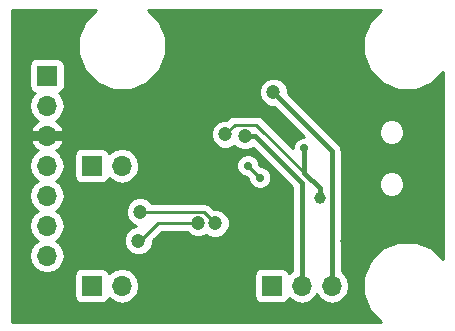
<source format=gbr>
G04 #@! TF.FileFunction,Copper,L2,Bot,Signal*
%FSLAX46Y46*%
G04 Gerber Fmt 4.6, Leading zero omitted, Abs format (unit mm)*
G04 Created by KiCad (PCBNEW 4.0.7) date 11/13/18 10:50:41*
%MOMM*%
%LPD*%
G01*
G04 APERTURE LIST*
%ADD10C,0.100000*%
%ADD11R,1.700000X1.700000*%
%ADD12O,1.700000X1.700000*%
%ADD13C,1.200000*%
%ADD14C,0.700000*%
%ADD15C,1.000000*%
%ADD16C,0.400000*%
%ADD17C,0.250000*%
%ADD18C,0.254000*%
G04 APERTURE END LIST*
D10*
D11*
X149860000Y-107950000D03*
D12*
X152400000Y-107950000D03*
D11*
X149860000Y-118110000D03*
D12*
X152400000Y-118110000D03*
D11*
X165100000Y-118110000D03*
D12*
X167640000Y-118110000D03*
X170180000Y-118110000D03*
D11*
X146050000Y-100330000D03*
D12*
X146050000Y-102870000D03*
X146050000Y-105410000D03*
X146050000Y-107950000D03*
X146050000Y-110490000D03*
X146050000Y-113030000D03*
X146050000Y-115570000D03*
D13*
X165227000Y-101727000D03*
X168890000Y-102870000D03*
X170561000Y-102870000D03*
X175260000Y-102870000D03*
X178181000Y-105791000D03*
X178181000Y-109220000D03*
X175260000Y-111760000D03*
X171450000Y-114300000D03*
X163957000Y-110490000D03*
X158345000Y-109625000D03*
X160020000Y-109625000D03*
X160020000Y-107950000D03*
X158345000Y-107950000D03*
X153670000Y-105410000D03*
X151130000Y-105410000D03*
X148590000Y-105410000D03*
D14*
X167851000Y-106492000D03*
D15*
X169180000Y-110670002D03*
D13*
X161163000Y-105283000D03*
X153797000Y-114300000D03*
X158887957Y-112786957D03*
X153949044Y-111861956D03*
X160287425Y-112825574D03*
X162814000Y-105410000D03*
D14*
X164084000Y-108967000D03*
X163068000Y-107950000D03*
D16*
X170180000Y-106680000D02*
X165227000Y-101727000D01*
X170180000Y-106807000D02*
X170180000Y-106680000D01*
X170180000Y-118110000D02*
X170180000Y-106807000D01*
X169180000Y-109871000D02*
X169180000Y-110670002D01*
X167851000Y-106492000D02*
X167851000Y-108542000D01*
X167851000Y-108542000D02*
X169180000Y-109871000D01*
D17*
X161163000Y-105283000D02*
X161961001Y-104484999D01*
X161961001Y-104484999D02*
X163793999Y-104484999D01*
X163793999Y-104484999D02*
X169180000Y-109871000D01*
X169291000Y-110617000D02*
X169233002Y-110617000D01*
X169233002Y-110617000D02*
X169180000Y-110670002D01*
X155448000Y-112776000D02*
X153924000Y-114300000D01*
X153924000Y-114300000D02*
X153797000Y-114300000D01*
X158028472Y-112776000D02*
X155448000Y-112776000D01*
X158887957Y-112786957D02*
X158039429Y-112786957D01*
X158039429Y-112786957D02*
X158028472Y-112776000D01*
X159687426Y-112189426D02*
X159359956Y-111861956D01*
X159359956Y-111861956D02*
X153949044Y-111861956D01*
X160287425Y-112825574D02*
X159687426Y-112225575D01*
X159687426Y-112225575D02*
X159687426Y-112189426D01*
D16*
X163662528Y-105410000D02*
X162814000Y-105410000D01*
X163662528Y-105410000D02*
X167640000Y-109387472D01*
X167640000Y-109387472D02*
X167640000Y-116907919D01*
X167640000Y-116907919D02*
X167640000Y-118110000D01*
D17*
X163068000Y-107950000D02*
X164084000Y-108967000D01*
X164084000Y-108966000D02*
X164084000Y-108967000D01*
D18*
G36*
X149242246Y-95676068D02*
X148673649Y-97045402D01*
X148672355Y-98528094D01*
X149238561Y-99898418D01*
X150286068Y-100947754D01*
X151655402Y-101516351D01*
X153138094Y-101517645D01*
X154508418Y-100951439D01*
X155557754Y-99903932D01*
X156126351Y-98534598D01*
X156127645Y-97051906D01*
X155561439Y-95681582D01*
X154623494Y-94742000D01*
X174307945Y-94742000D01*
X173372246Y-95676068D01*
X172803649Y-97045402D01*
X172802355Y-98528094D01*
X173368561Y-99898418D01*
X174416068Y-100947754D01*
X175785402Y-101516351D01*
X177268094Y-101517645D01*
X178638418Y-100951439D01*
X179578000Y-100013494D01*
X179578000Y-115887945D01*
X178643932Y-114952246D01*
X177274598Y-114383649D01*
X175791906Y-114382355D01*
X174421582Y-114948561D01*
X173372246Y-115996068D01*
X172803649Y-117365402D01*
X172802355Y-118848094D01*
X173368561Y-120218418D01*
X174306506Y-121158000D01*
X143129000Y-121158000D01*
X143129000Y-117260000D01*
X148362560Y-117260000D01*
X148362560Y-118960000D01*
X148406838Y-119195317D01*
X148545910Y-119411441D01*
X148758110Y-119556431D01*
X149010000Y-119607440D01*
X150710000Y-119607440D01*
X150945317Y-119563162D01*
X151161441Y-119424090D01*
X151306431Y-119211890D01*
X151320086Y-119144459D01*
X151349946Y-119189147D01*
X151831715Y-119511054D01*
X152400000Y-119624093D01*
X152968285Y-119511054D01*
X153450054Y-119189147D01*
X153771961Y-118707378D01*
X153885000Y-118139093D01*
X153885000Y-118080907D01*
X153771961Y-117512622D01*
X153450054Y-117030853D01*
X152968285Y-116708946D01*
X152400000Y-116595907D01*
X151831715Y-116708946D01*
X151349946Y-117030853D01*
X151322150Y-117072452D01*
X151313162Y-117024683D01*
X151174090Y-116808559D01*
X150961890Y-116663569D01*
X150710000Y-116612560D01*
X149010000Y-116612560D01*
X148774683Y-116656838D01*
X148558559Y-116795910D01*
X148413569Y-117008110D01*
X148362560Y-117260000D01*
X143129000Y-117260000D01*
X143129000Y-107950000D01*
X144535907Y-107950000D01*
X144648946Y-108518285D01*
X144970853Y-109000054D01*
X145300026Y-109220000D01*
X144970853Y-109439946D01*
X144648946Y-109921715D01*
X144535907Y-110490000D01*
X144648946Y-111058285D01*
X144970853Y-111540054D01*
X145300026Y-111760000D01*
X144970853Y-111979946D01*
X144648946Y-112461715D01*
X144535907Y-113030000D01*
X144648946Y-113598285D01*
X144970853Y-114080054D01*
X145300026Y-114300000D01*
X144970853Y-114519946D01*
X144648946Y-115001715D01*
X144535907Y-115570000D01*
X144648946Y-116138285D01*
X144970853Y-116620054D01*
X145452622Y-116941961D01*
X146020907Y-117055000D01*
X146079093Y-117055000D01*
X146647378Y-116941961D01*
X147129147Y-116620054D01*
X147451054Y-116138285D01*
X147564093Y-115570000D01*
X147451054Y-115001715D01*
X147145607Y-114544579D01*
X152561786Y-114544579D01*
X152749408Y-114998657D01*
X153096515Y-115346371D01*
X153550266Y-115534785D01*
X154041579Y-115535214D01*
X154495657Y-115347592D01*
X154843371Y-115000485D01*
X155031785Y-114546734D01*
X155032029Y-114266773D01*
X155762802Y-113536000D01*
X157890663Y-113536000D01*
X158187472Y-113833328D01*
X158641223Y-114021742D01*
X159132536Y-114022171D01*
X159560415Y-113845374D01*
X159586940Y-113871945D01*
X160040691Y-114060359D01*
X160532004Y-114060788D01*
X160986082Y-113873166D01*
X161333796Y-113526059D01*
X161522210Y-113072308D01*
X161522639Y-112580995D01*
X161335017Y-112126917D01*
X160987910Y-111779203D01*
X160534159Y-111590789D01*
X160163267Y-111590465D01*
X159897357Y-111324555D01*
X159650795Y-111159808D01*
X159359956Y-111101956D01*
X154935400Y-111101956D01*
X154649529Y-110815585D01*
X154195778Y-110627171D01*
X153704465Y-110626742D01*
X153250387Y-110814364D01*
X152902673Y-111161471D01*
X152714259Y-111615222D01*
X152713830Y-112106535D01*
X152901452Y-112560613D01*
X153248559Y-112908327D01*
X153625508Y-113064850D01*
X153552421Y-113064786D01*
X153098343Y-113252408D01*
X152750629Y-113599515D01*
X152562215Y-114053266D01*
X152561786Y-114544579D01*
X147145607Y-114544579D01*
X147129147Y-114519946D01*
X146799974Y-114300000D01*
X147129147Y-114080054D01*
X147451054Y-113598285D01*
X147564093Y-113030000D01*
X147451054Y-112461715D01*
X147129147Y-111979946D01*
X146799974Y-111760000D01*
X147129147Y-111540054D01*
X147451054Y-111058285D01*
X147564093Y-110490000D01*
X147451054Y-109921715D01*
X147129147Y-109439946D01*
X146799974Y-109220000D01*
X147129147Y-109000054D01*
X147451054Y-108518285D01*
X147564093Y-107950000D01*
X147451054Y-107381715D01*
X147262819Y-107100000D01*
X148362560Y-107100000D01*
X148362560Y-108800000D01*
X148406838Y-109035317D01*
X148545910Y-109251441D01*
X148758110Y-109396431D01*
X149010000Y-109447440D01*
X150710000Y-109447440D01*
X150945317Y-109403162D01*
X151161441Y-109264090D01*
X151306431Y-109051890D01*
X151320086Y-108984459D01*
X151349946Y-109029147D01*
X151831715Y-109351054D01*
X152400000Y-109464093D01*
X152968285Y-109351054D01*
X153450054Y-109029147D01*
X153771961Y-108547378D01*
X153851985Y-108145069D01*
X162082830Y-108145069D01*
X162232471Y-108507229D01*
X162509314Y-108784555D01*
X162871212Y-108934828D01*
X162977678Y-108934921D01*
X163098922Y-109056285D01*
X163098830Y-109162069D01*
X163248471Y-109524229D01*
X163525314Y-109801555D01*
X163887212Y-109951828D01*
X164279069Y-109952170D01*
X164641229Y-109802529D01*
X164918555Y-109525686D01*
X165068828Y-109163788D01*
X165069170Y-108771931D01*
X164919529Y-108409771D01*
X164642686Y-108132445D01*
X164280788Y-107982172D01*
X164174321Y-107982079D01*
X164053078Y-107860716D01*
X164053170Y-107754931D01*
X163903529Y-107392771D01*
X163626686Y-107115445D01*
X163264788Y-106965172D01*
X162872931Y-106964830D01*
X162510771Y-107114471D01*
X162233445Y-107391314D01*
X162083172Y-107753212D01*
X162082830Y-108145069D01*
X153851985Y-108145069D01*
X153885000Y-107979093D01*
X153885000Y-107920907D01*
X153771961Y-107352622D01*
X153450054Y-106870853D01*
X152968285Y-106548946D01*
X152400000Y-106435907D01*
X151831715Y-106548946D01*
X151349946Y-106870853D01*
X151322150Y-106912452D01*
X151313162Y-106864683D01*
X151174090Y-106648559D01*
X150961890Y-106503569D01*
X150710000Y-106452560D01*
X149010000Y-106452560D01*
X148774683Y-106496838D01*
X148558559Y-106635910D01*
X148413569Y-106848110D01*
X148362560Y-107100000D01*
X147262819Y-107100000D01*
X147129147Y-106899946D01*
X146783030Y-106668679D01*
X147045468Y-106511966D01*
X147391397Y-106047135D01*
X147449012Y-105907985D01*
X147347848Y-105683000D01*
X146323000Y-105683000D01*
X146323000Y-105703000D01*
X145777000Y-105703000D01*
X145777000Y-105683000D01*
X144752152Y-105683000D01*
X144650988Y-105907985D01*
X144708603Y-106047135D01*
X145054532Y-106511966D01*
X145316970Y-106668679D01*
X144970853Y-106899946D01*
X144648946Y-107381715D01*
X144535907Y-107950000D01*
X143129000Y-107950000D01*
X143129000Y-105527579D01*
X159927786Y-105527579D01*
X160115408Y-105981657D01*
X160462515Y-106329371D01*
X160916266Y-106517785D01*
X161407579Y-106518214D01*
X161861657Y-106330592D01*
X161924917Y-106267443D01*
X162113515Y-106456371D01*
X162567266Y-106644785D01*
X163058579Y-106645214D01*
X163512657Y-106457592D01*
X163520962Y-106449302D01*
X166805000Y-109733340D01*
X166805000Y-116887159D01*
X166589946Y-117030853D01*
X166562150Y-117072452D01*
X166553162Y-117024683D01*
X166414090Y-116808559D01*
X166201890Y-116663569D01*
X165950000Y-116612560D01*
X164250000Y-116612560D01*
X164014683Y-116656838D01*
X163798559Y-116795910D01*
X163653569Y-117008110D01*
X163602560Y-117260000D01*
X163602560Y-118960000D01*
X163646838Y-119195317D01*
X163785910Y-119411441D01*
X163998110Y-119556431D01*
X164250000Y-119607440D01*
X165950000Y-119607440D01*
X166185317Y-119563162D01*
X166401441Y-119424090D01*
X166546431Y-119211890D01*
X166560086Y-119144459D01*
X166589946Y-119189147D01*
X167071715Y-119511054D01*
X167640000Y-119624093D01*
X168208285Y-119511054D01*
X168690054Y-119189147D01*
X168910000Y-118859974D01*
X169129946Y-119189147D01*
X169611715Y-119511054D01*
X170180000Y-119624093D01*
X170748285Y-119511054D01*
X171230054Y-119189147D01*
X171551961Y-118707378D01*
X171665000Y-118139093D01*
X171665000Y-118080907D01*
X171551961Y-117512622D01*
X171230054Y-117030853D01*
X171015000Y-116887159D01*
X171015000Y-109724873D01*
X174134812Y-109724873D01*
X174299646Y-110123800D01*
X174604595Y-110429282D01*
X175003233Y-110594811D01*
X175434873Y-110595188D01*
X175833800Y-110430354D01*
X176139282Y-110125405D01*
X176304811Y-109726767D01*
X176305188Y-109295127D01*
X176140354Y-108896200D01*
X175835405Y-108590718D01*
X175436767Y-108425189D01*
X175005127Y-108424812D01*
X174606200Y-108589646D01*
X174300718Y-108894595D01*
X174135189Y-109293233D01*
X174134812Y-109724873D01*
X171015000Y-109724873D01*
X171015000Y-106680000D01*
X170982819Y-106518214D01*
X170951440Y-106360460D01*
X170770434Y-106089566D01*
X170005741Y-105324873D01*
X174134812Y-105324873D01*
X174299646Y-105723800D01*
X174604595Y-106029282D01*
X175003233Y-106194811D01*
X175434873Y-106195188D01*
X175833800Y-106030354D01*
X176139282Y-105725405D01*
X176304811Y-105326767D01*
X176305188Y-104895127D01*
X176140354Y-104496200D01*
X175835405Y-104190718D01*
X175436767Y-104025189D01*
X175005127Y-104024812D01*
X174606200Y-104189646D01*
X174300718Y-104494595D01*
X174135189Y-104893233D01*
X174134812Y-105324873D01*
X170005741Y-105324873D01*
X166461953Y-101781085D01*
X166462214Y-101482421D01*
X166274592Y-101028343D01*
X165927485Y-100680629D01*
X165473734Y-100492215D01*
X164982421Y-100491786D01*
X164528343Y-100679408D01*
X164180629Y-101026515D01*
X163992215Y-101480266D01*
X163991786Y-101971579D01*
X164179408Y-102425657D01*
X164526515Y-102773371D01*
X164980266Y-102961785D01*
X165281180Y-102962048D01*
X167826111Y-105506979D01*
X167655931Y-105506830D01*
X167293771Y-105656471D01*
X167016445Y-105933314D01*
X166866172Y-106295212D01*
X166866009Y-106482207D01*
X164331400Y-103947598D01*
X164084838Y-103782851D01*
X163793999Y-103724999D01*
X161961001Y-103724999D01*
X161670162Y-103782851D01*
X161423600Y-103947598D01*
X161323059Y-104048139D01*
X160918421Y-104047786D01*
X160464343Y-104235408D01*
X160116629Y-104582515D01*
X159928215Y-105036266D01*
X159927786Y-105527579D01*
X143129000Y-105527579D01*
X143129000Y-102870000D01*
X144535907Y-102870000D01*
X144648946Y-103438285D01*
X144970853Y-103920054D01*
X145316970Y-104151321D01*
X145054532Y-104308034D01*
X144708603Y-104772865D01*
X144650988Y-104912015D01*
X144752152Y-105137000D01*
X145777000Y-105137000D01*
X145777000Y-105117000D01*
X146323000Y-105117000D01*
X146323000Y-105137000D01*
X147347848Y-105137000D01*
X147449012Y-104912015D01*
X147391397Y-104772865D01*
X147045468Y-104308034D01*
X146783030Y-104151321D01*
X147129147Y-103920054D01*
X147451054Y-103438285D01*
X147564093Y-102870000D01*
X147451054Y-102301715D01*
X147129147Y-101819946D01*
X147087548Y-101792150D01*
X147135317Y-101783162D01*
X147351441Y-101644090D01*
X147496431Y-101431890D01*
X147547440Y-101180000D01*
X147547440Y-99480000D01*
X147503162Y-99244683D01*
X147364090Y-99028559D01*
X147151890Y-98883569D01*
X146900000Y-98832560D01*
X145200000Y-98832560D01*
X144964683Y-98876838D01*
X144748559Y-99015910D01*
X144603569Y-99228110D01*
X144552560Y-99480000D01*
X144552560Y-101180000D01*
X144596838Y-101415317D01*
X144735910Y-101631441D01*
X144948110Y-101776431D01*
X145015541Y-101790086D01*
X144970853Y-101819946D01*
X144648946Y-102301715D01*
X144535907Y-102870000D01*
X143129000Y-102870000D01*
X143129000Y-94742000D01*
X150177945Y-94742000D01*
X149242246Y-95676068D01*
X149242246Y-95676068D01*
G37*
X149242246Y-95676068D02*
X148673649Y-97045402D01*
X148672355Y-98528094D01*
X149238561Y-99898418D01*
X150286068Y-100947754D01*
X151655402Y-101516351D01*
X153138094Y-101517645D01*
X154508418Y-100951439D01*
X155557754Y-99903932D01*
X156126351Y-98534598D01*
X156127645Y-97051906D01*
X155561439Y-95681582D01*
X154623494Y-94742000D01*
X174307945Y-94742000D01*
X173372246Y-95676068D01*
X172803649Y-97045402D01*
X172802355Y-98528094D01*
X173368561Y-99898418D01*
X174416068Y-100947754D01*
X175785402Y-101516351D01*
X177268094Y-101517645D01*
X178638418Y-100951439D01*
X179578000Y-100013494D01*
X179578000Y-115887945D01*
X178643932Y-114952246D01*
X177274598Y-114383649D01*
X175791906Y-114382355D01*
X174421582Y-114948561D01*
X173372246Y-115996068D01*
X172803649Y-117365402D01*
X172802355Y-118848094D01*
X173368561Y-120218418D01*
X174306506Y-121158000D01*
X143129000Y-121158000D01*
X143129000Y-117260000D01*
X148362560Y-117260000D01*
X148362560Y-118960000D01*
X148406838Y-119195317D01*
X148545910Y-119411441D01*
X148758110Y-119556431D01*
X149010000Y-119607440D01*
X150710000Y-119607440D01*
X150945317Y-119563162D01*
X151161441Y-119424090D01*
X151306431Y-119211890D01*
X151320086Y-119144459D01*
X151349946Y-119189147D01*
X151831715Y-119511054D01*
X152400000Y-119624093D01*
X152968285Y-119511054D01*
X153450054Y-119189147D01*
X153771961Y-118707378D01*
X153885000Y-118139093D01*
X153885000Y-118080907D01*
X153771961Y-117512622D01*
X153450054Y-117030853D01*
X152968285Y-116708946D01*
X152400000Y-116595907D01*
X151831715Y-116708946D01*
X151349946Y-117030853D01*
X151322150Y-117072452D01*
X151313162Y-117024683D01*
X151174090Y-116808559D01*
X150961890Y-116663569D01*
X150710000Y-116612560D01*
X149010000Y-116612560D01*
X148774683Y-116656838D01*
X148558559Y-116795910D01*
X148413569Y-117008110D01*
X148362560Y-117260000D01*
X143129000Y-117260000D01*
X143129000Y-107950000D01*
X144535907Y-107950000D01*
X144648946Y-108518285D01*
X144970853Y-109000054D01*
X145300026Y-109220000D01*
X144970853Y-109439946D01*
X144648946Y-109921715D01*
X144535907Y-110490000D01*
X144648946Y-111058285D01*
X144970853Y-111540054D01*
X145300026Y-111760000D01*
X144970853Y-111979946D01*
X144648946Y-112461715D01*
X144535907Y-113030000D01*
X144648946Y-113598285D01*
X144970853Y-114080054D01*
X145300026Y-114300000D01*
X144970853Y-114519946D01*
X144648946Y-115001715D01*
X144535907Y-115570000D01*
X144648946Y-116138285D01*
X144970853Y-116620054D01*
X145452622Y-116941961D01*
X146020907Y-117055000D01*
X146079093Y-117055000D01*
X146647378Y-116941961D01*
X147129147Y-116620054D01*
X147451054Y-116138285D01*
X147564093Y-115570000D01*
X147451054Y-115001715D01*
X147145607Y-114544579D01*
X152561786Y-114544579D01*
X152749408Y-114998657D01*
X153096515Y-115346371D01*
X153550266Y-115534785D01*
X154041579Y-115535214D01*
X154495657Y-115347592D01*
X154843371Y-115000485D01*
X155031785Y-114546734D01*
X155032029Y-114266773D01*
X155762802Y-113536000D01*
X157890663Y-113536000D01*
X158187472Y-113833328D01*
X158641223Y-114021742D01*
X159132536Y-114022171D01*
X159560415Y-113845374D01*
X159586940Y-113871945D01*
X160040691Y-114060359D01*
X160532004Y-114060788D01*
X160986082Y-113873166D01*
X161333796Y-113526059D01*
X161522210Y-113072308D01*
X161522639Y-112580995D01*
X161335017Y-112126917D01*
X160987910Y-111779203D01*
X160534159Y-111590789D01*
X160163267Y-111590465D01*
X159897357Y-111324555D01*
X159650795Y-111159808D01*
X159359956Y-111101956D01*
X154935400Y-111101956D01*
X154649529Y-110815585D01*
X154195778Y-110627171D01*
X153704465Y-110626742D01*
X153250387Y-110814364D01*
X152902673Y-111161471D01*
X152714259Y-111615222D01*
X152713830Y-112106535D01*
X152901452Y-112560613D01*
X153248559Y-112908327D01*
X153625508Y-113064850D01*
X153552421Y-113064786D01*
X153098343Y-113252408D01*
X152750629Y-113599515D01*
X152562215Y-114053266D01*
X152561786Y-114544579D01*
X147145607Y-114544579D01*
X147129147Y-114519946D01*
X146799974Y-114300000D01*
X147129147Y-114080054D01*
X147451054Y-113598285D01*
X147564093Y-113030000D01*
X147451054Y-112461715D01*
X147129147Y-111979946D01*
X146799974Y-111760000D01*
X147129147Y-111540054D01*
X147451054Y-111058285D01*
X147564093Y-110490000D01*
X147451054Y-109921715D01*
X147129147Y-109439946D01*
X146799974Y-109220000D01*
X147129147Y-109000054D01*
X147451054Y-108518285D01*
X147564093Y-107950000D01*
X147451054Y-107381715D01*
X147262819Y-107100000D01*
X148362560Y-107100000D01*
X148362560Y-108800000D01*
X148406838Y-109035317D01*
X148545910Y-109251441D01*
X148758110Y-109396431D01*
X149010000Y-109447440D01*
X150710000Y-109447440D01*
X150945317Y-109403162D01*
X151161441Y-109264090D01*
X151306431Y-109051890D01*
X151320086Y-108984459D01*
X151349946Y-109029147D01*
X151831715Y-109351054D01*
X152400000Y-109464093D01*
X152968285Y-109351054D01*
X153450054Y-109029147D01*
X153771961Y-108547378D01*
X153851985Y-108145069D01*
X162082830Y-108145069D01*
X162232471Y-108507229D01*
X162509314Y-108784555D01*
X162871212Y-108934828D01*
X162977678Y-108934921D01*
X163098922Y-109056285D01*
X163098830Y-109162069D01*
X163248471Y-109524229D01*
X163525314Y-109801555D01*
X163887212Y-109951828D01*
X164279069Y-109952170D01*
X164641229Y-109802529D01*
X164918555Y-109525686D01*
X165068828Y-109163788D01*
X165069170Y-108771931D01*
X164919529Y-108409771D01*
X164642686Y-108132445D01*
X164280788Y-107982172D01*
X164174321Y-107982079D01*
X164053078Y-107860716D01*
X164053170Y-107754931D01*
X163903529Y-107392771D01*
X163626686Y-107115445D01*
X163264788Y-106965172D01*
X162872931Y-106964830D01*
X162510771Y-107114471D01*
X162233445Y-107391314D01*
X162083172Y-107753212D01*
X162082830Y-108145069D01*
X153851985Y-108145069D01*
X153885000Y-107979093D01*
X153885000Y-107920907D01*
X153771961Y-107352622D01*
X153450054Y-106870853D01*
X152968285Y-106548946D01*
X152400000Y-106435907D01*
X151831715Y-106548946D01*
X151349946Y-106870853D01*
X151322150Y-106912452D01*
X151313162Y-106864683D01*
X151174090Y-106648559D01*
X150961890Y-106503569D01*
X150710000Y-106452560D01*
X149010000Y-106452560D01*
X148774683Y-106496838D01*
X148558559Y-106635910D01*
X148413569Y-106848110D01*
X148362560Y-107100000D01*
X147262819Y-107100000D01*
X147129147Y-106899946D01*
X146783030Y-106668679D01*
X147045468Y-106511966D01*
X147391397Y-106047135D01*
X147449012Y-105907985D01*
X147347848Y-105683000D01*
X146323000Y-105683000D01*
X146323000Y-105703000D01*
X145777000Y-105703000D01*
X145777000Y-105683000D01*
X144752152Y-105683000D01*
X144650988Y-105907985D01*
X144708603Y-106047135D01*
X145054532Y-106511966D01*
X145316970Y-106668679D01*
X144970853Y-106899946D01*
X144648946Y-107381715D01*
X144535907Y-107950000D01*
X143129000Y-107950000D01*
X143129000Y-105527579D01*
X159927786Y-105527579D01*
X160115408Y-105981657D01*
X160462515Y-106329371D01*
X160916266Y-106517785D01*
X161407579Y-106518214D01*
X161861657Y-106330592D01*
X161924917Y-106267443D01*
X162113515Y-106456371D01*
X162567266Y-106644785D01*
X163058579Y-106645214D01*
X163512657Y-106457592D01*
X163520962Y-106449302D01*
X166805000Y-109733340D01*
X166805000Y-116887159D01*
X166589946Y-117030853D01*
X166562150Y-117072452D01*
X166553162Y-117024683D01*
X166414090Y-116808559D01*
X166201890Y-116663569D01*
X165950000Y-116612560D01*
X164250000Y-116612560D01*
X164014683Y-116656838D01*
X163798559Y-116795910D01*
X163653569Y-117008110D01*
X163602560Y-117260000D01*
X163602560Y-118960000D01*
X163646838Y-119195317D01*
X163785910Y-119411441D01*
X163998110Y-119556431D01*
X164250000Y-119607440D01*
X165950000Y-119607440D01*
X166185317Y-119563162D01*
X166401441Y-119424090D01*
X166546431Y-119211890D01*
X166560086Y-119144459D01*
X166589946Y-119189147D01*
X167071715Y-119511054D01*
X167640000Y-119624093D01*
X168208285Y-119511054D01*
X168690054Y-119189147D01*
X168910000Y-118859974D01*
X169129946Y-119189147D01*
X169611715Y-119511054D01*
X170180000Y-119624093D01*
X170748285Y-119511054D01*
X171230054Y-119189147D01*
X171551961Y-118707378D01*
X171665000Y-118139093D01*
X171665000Y-118080907D01*
X171551961Y-117512622D01*
X171230054Y-117030853D01*
X171015000Y-116887159D01*
X171015000Y-109724873D01*
X174134812Y-109724873D01*
X174299646Y-110123800D01*
X174604595Y-110429282D01*
X175003233Y-110594811D01*
X175434873Y-110595188D01*
X175833800Y-110430354D01*
X176139282Y-110125405D01*
X176304811Y-109726767D01*
X176305188Y-109295127D01*
X176140354Y-108896200D01*
X175835405Y-108590718D01*
X175436767Y-108425189D01*
X175005127Y-108424812D01*
X174606200Y-108589646D01*
X174300718Y-108894595D01*
X174135189Y-109293233D01*
X174134812Y-109724873D01*
X171015000Y-109724873D01*
X171015000Y-106680000D01*
X170982819Y-106518214D01*
X170951440Y-106360460D01*
X170770434Y-106089566D01*
X170005741Y-105324873D01*
X174134812Y-105324873D01*
X174299646Y-105723800D01*
X174604595Y-106029282D01*
X175003233Y-106194811D01*
X175434873Y-106195188D01*
X175833800Y-106030354D01*
X176139282Y-105725405D01*
X176304811Y-105326767D01*
X176305188Y-104895127D01*
X176140354Y-104496200D01*
X175835405Y-104190718D01*
X175436767Y-104025189D01*
X175005127Y-104024812D01*
X174606200Y-104189646D01*
X174300718Y-104494595D01*
X174135189Y-104893233D01*
X174134812Y-105324873D01*
X170005741Y-105324873D01*
X166461953Y-101781085D01*
X166462214Y-101482421D01*
X166274592Y-101028343D01*
X165927485Y-100680629D01*
X165473734Y-100492215D01*
X164982421Y-100491786D01*
X164528343Y-100679408D01*
X164180629Y-101026515D01*
X163992215Y-101480266D01*
X163991786Y-101971579D01*
X164179408Y-102425657D01*
X164526515Y-102773371D01*
X164980266Y-102961785D01*
X165281180Y-102962048D01*
X167826111Y-105506979D01*
X167655931Y-105506830D01*
X167293771Y-105656471D01*
X167016445Y-105933314D01*
X166866172Y-106295212D01*
X166866009Y-106482207D01*
X164331400Y-103947598D01*
X164084838Y-103782851D01*
X163793999Y-103724999D01*
X161961001Y-103724999D01*
X161670162Y-103782851D01*
X161423600Y-103947598D01*
X161323059Y-104048139D01*
X160918421Y-104047786D01*
X160464343Y-104235408D01*
X160116629Y-104582515D01*
X159928215Y-105036266D01*
X159927786Y-105527579D01*
X143129000Y-105527579D01*
X143129000Y-102870000D01*
X144535907Y-102870000D01*
X144648946Y-103438285D01*
X144970853Y-103920054D01*
X145316970Y-104151321D01*
X145054532Y-104308034D01*
X144708603Y-104772865D01*
X144650988Y-104912015D01*
X144752152Y-105137000D01*
X145777000Y-105137000D01*
X145777000Y-105117000D01*
X146323000Y-105117000D01*
X146323000Y-105137000D01*
X147347848Y-105137000D01*
X147449012Y-104912015D01*
X147391397Y-104772865D01*
X147045468Y-104308034D01*
X146783030Y-104151321D01*
X147129147Y-103920054D01*
X147451054Y-103438285D01*
X147564093Y-102870000D01*
X147451054Y-102301715D01*
X147129147Y-101819946D01*
X147087548Y-101792150D01*
X147135317Y-101783162D01*
X147351441Y-101644090D01*
X147496431Y-101431890D01*
X147547440Y-101180000D01*
X147547440Y-99480000D01*
X147503162Y-99244683D01*
X147364090Y-99028559D01*
X147151890Y-98883569D01*
X146900000Y-98832560D01*
X145200000Y-98832560D01*
X144964683Y-98876838D01*
X144748559Y-99015910D01*
X144603569Y-99228110D01*
X144552560Y-99480000D01*
X144552560Y-101180000D01*
X144596838Y-101415317D01*
X144735910Y-101631441D01*
X144948110Y-101776431D01*
X145015541Y-101790086D01*
X144970853Y-101819946D01*
X144648946Y-102301715D01*
X144535907Y-102870000D01*
X143129000Y-102870000D01*
X143129000Y-94742000D01*
X150177945Y-94742000D01*
X149242246Y-95676068D01*
M02*

</source>
